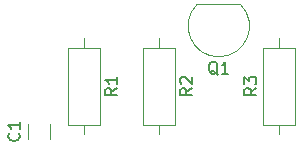
<source format=gbr>
G04 #@! TF.GenerationSoftware,KiCad,Pcbnew,(5.1.4)-1*
G04 #@! TF.CreationDate,2019-10-01T17:45:58-03:00*
G04 #@! TF.ProjectId,exemplo_curso,6578656d-706c-46f5-9f63-7572736f2e6b,rev?*
G04 #@! TF.SameCoordinates,Original*
G04 #@! TF.FileFunction,Legend,Top*
G04 #@! TF.FilePolarity,Positive*
%FSLAX46Y46*%
G04 Gerber Fmt 4.6, Leading zero omitted, Abs format (unit mm)*
G04 Created by KiCad (PCBNEW (5.1.4)-1) date 2019-10-01 17:45:58*
%MOMM*%
%LPD*%
G04 APERTURE LIST*
%ADD10C,0.120000*%
%ADD11C,0.150000*%
G04 APERTURE END LIST*
D10*
X146050000Y-77700000D02*
X146050000Y-76930000D01*
X146050000Y-69620000D02*
X146050000Y-70390000D01*
X147420000Y-76930000D02*
X147420000Y-70390000D01*
X144680000Y-76930000D02*
X147420000Y-76930000D01*
X144680000Y-70390000D02*
X144680000Y-76930000D01*
X147420000Y-70390000D02*
X144680000Y-70390000D01*
X156210000Y-69620000D02*
X156210000Y-70390000D01*
X156210000Y-77700000D02*
X156210000Y-76930000D01*
X154840000Y-70390000D02*
X154840000Y-76930000D01*
X157580000Y-70390000D02*
X154840000Y-70390000D01*
X157580000Y-76930000D02*
X157580000Y-70390000D01*
X154840000Y-76930000D02*
X157580000Y-76930000D01*
X139700000Y-77700000D02*
X139700000Y-76930000D01*
X139700000Y-69620000D02*
X139700000Y-70390000D01*
X141070000Y-76930000D02*
X141070000Y-70390000D01*
X138330000Y-76930000D02*
X141070000Y-76930000D01*
X138330000Y-70390000D02*
X138330000Y-76930000D01*
X141070000Y-70390000D02*
X138330000Y-70390000D01*
X149291522Y-66741522D02*
G75*
G03X151130000Y-71180000I1838478J-1838478D01*
G01*
X152968478Y-66741522D02*
G75*
G02X151130000Y-71180000I-1838478J-1838478D01*
G01*
X152930000Y-66730000D02*
X149330000Y-66730000D01*
X136810000Y-78119000D02*
X136810000Y-76861000D01*
X134970000Y-78119000D02*
X134970000Y-76861000D01*
D11*
X148872380Y-73826666D02*
X148396190Y-74160000D01*
X148872380Y-74398095D02*
X147872380Y-74398095D01*
X147872380Y-74017142D01*
X147920000Y-73921904D01*
X147967619Y-73874285D01*
X148062857Y-73826666D01*
X148205714Y-73826666D01*
X148300952Y-73874285D01*
X148348571Y-73921904D01*
X148396190Y-74017142D01*
X148396190Y-74398095D01*
X147967619Y-73445714D02*
X147920000Y-73398095D01*
X147872380Y-73302857D01*
X147872380Y-73064761D01*
X147920000Y-72969523D01*
X147967619Y-72921904D01*
X148062857Y-72874285D01*
X148158095Y-72874285D01*
X148300952Y-72921904D01*
X148872380Y-73493333D01*
X148872380Y-72874285D01*
X154292380Y-73826666D02*
X153816190Y-74160000D01*
X154292380Y-74398095D02*
X153292380Y-74398095D01*
X153292380Y-74017142D01*
X153340000Y-73921904D01*
X153387619Y-73874285D01*
X153482857Y-73826666D01*
X153625714Y-73826666D01*
X153720952Y-73874285D01*
X153768571Y-73921904D01*
X153816190Y-74017142D01*
X153816190Y-74398095D01*
X153292380Y-73493333D02*
X153292380Y-72874285D01*
X153673333Y-73207619D01*
X153673333Y-73064761D01*
X153720952Y-72969523D01*
X153768571Y-72921904D01*
X153863809Y-72874285D01*
X154101904Y-72874285D01*
X154197142Y-72921904D01*
X154244761Y-72969523D01*
X154292380Y-73064761D01*
X154292380Y-73350476D01*
X154244761Y-73445714D01*
X154197142Y-73493333D01*
X142522380Y-73826666D02*
X142046190Y-74160000D01*
X142522380Y-74398095D02*
X141522380Y-74398095D01*
X141522380Y-74017142D01*
X141570000Y-73921904D01*
X141617619Y-73874285D01*
X141712857Y-73826666D01*
X141855714Y-73826666D01*
X141950952Y-73874285D01*
X141998571Y-73921904D01*
X142046190Y-74017142D01*
X142046190Y-74398095D01*
X142522380Y-72874285D02*
X142522380Y-73445714D01*
X142522380Y-73160000D02*
X141522380Y-73160000D01*
X141665238Y-73255238D01*
X141760476Y-73350476D01*
X141808095Y-73445714D01*
X151034761Y-72687619D02*
X150939523Y-72640000D01*
X150844285Y-72544761D01*
X150701428Y-72401904D01*
X150606190Y-72354285D01*
X150510952Y-72354285D01*
X150558571Y-72592380D02*
X150463333Y-72544761D01*
X150368095Y-72449523D01*
X150320476Y-72259047D01*
X150320476Y-71925714D01*
X150368095Y-71735238D01*
X150463333Y-71640000D01*
X150558571Y-71592380D01*
X150749047Y-71592380D01*
X150844285Y-71640000D01*
X150939523Y-71735238D01*
X150987142Y-71925714D01*
X150987142Y-72259047D01*
X150939523Y-72449523D01*
X150844285Y-72544761D01*
X150749047Y-72592380D01*
X150558571Y-72592380D01*
X151939523Y-72592380D02*
X151368095Y-72592380D01*
X151653809Y-72592380D02*
X151653809Y-71592380D01*
X151558571Y-71735238D01*
X151463333Y-71830476D01*
X151368095Y-71878095D01*
X134197142Y-77656666D02*
X134244761Y-77704285D01*
X134292380Y-77847142D01*
X134292380Y-77942380D01*
X134244761Y-78085238D01*
X134149523Y-78180476D01*
X134054285Y-78228095D01*
X133863809Y-78275714D01*
X133720952Y-78275714D01*
X133530476Y-78228095D01*
X133435238Y-78180476D01*
X133340000Y-78085238D01*
X133292380Y-77942380D01*
X133292380Y-77847142D01*
X133340000Y-77704285D01*
X133387619Y-77656666D01*
X134292380Y-76704285D02*
X134292380Y-77275714D01*
X134292380Y-76990000D02*
X133292380Y-76990000D01*
X133435238Y-77085238D01*
X133530476Y-77180476D01*
X133578095Y-77275714D01*
M02*

</source>
